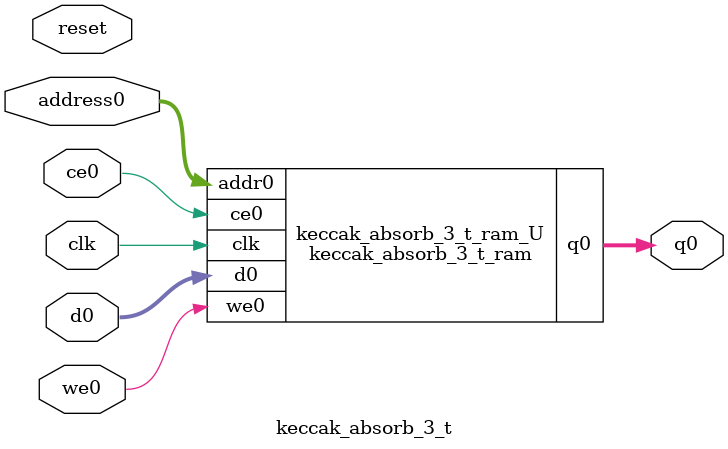
<source format=v>
`timescale 1 ns / 1 ps
module keccak_absorb_3_t_ram (addr0, ce0, d0, we0, q0,  clk);

parameter DWIDTH = 8;
parameter AWIDTH = 3;
parameter MEM_SIZE = 8;

input[AWIDTH-1:0] addr0;
input ce0;
input[DWIDTH-1:0] d0;
input we0;
output reg[DWIDTH-1:0] q0;
input clk;

(* ram_style = "distributed" *)reg [DWIDTH-1:0] ram[0:MEM_SIZE-1];




always @(posedge clk)  
begin 
    if (ce0) begin
        if (we0) 
            ram[addr0] <= d0; 
        q0 <= ram[addr0];
    end
end


endmodule

`timescale 1 ns / 1 ps
module keccak_absorb_3_t(
    reset,
    clk,
    address0,
    ce0,
    we0,
    d0,
    q0);

parameter DataWidth = 32'd8;
parameter AddressRange = 32'd8;
parameter AddressWidth = 32'd3;
input reset;
input clk;
input[AddressWidth - 1:0] address0;
input ce0;
input we0;
input[DataWidth - 1:0] d0;
output[DataWidth - 1:0] q0;



keccak_absorb_3_t_ram keccak_absorb_3_t_ram_U(
    .clk( clk ),
    .addr0( address0 ),
    .ce0( ce0 ),
    .we0( we0 ),
    .d0( d0 ),
    .q0( q0 ));

endmodule


</source>
